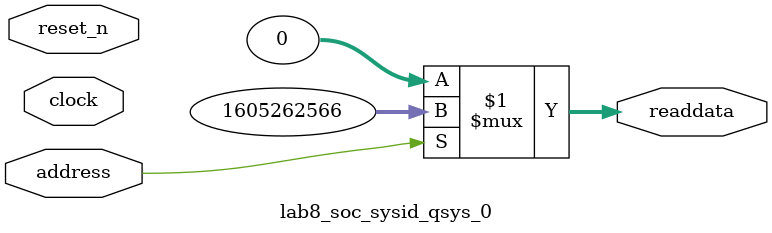
<source format=v>



// synthesis translate_off
`timescale 1ns / 1ps
// synthesis translate_on

// turn off superfluous verilog processor warnings 
// altera message_level Level1 
// altera message_off 10034 10035 10036 10037 10230 10240 10030 

module lab8_soc_sysid_qsys_0 (
               // inputs:
                address,
                clock,
                reset_n,

               // outputs:
                readdata
             )
;

  output  [ 31: 0] readdata;
  input            address;
  input            clock;
  input            reset_n;

  wire    [ 31: 0] readdata;
  //control_slave, which is an e_avalon_slave
  assign readdata = address ? 1605262566 : 0;

endmodule



</source>
